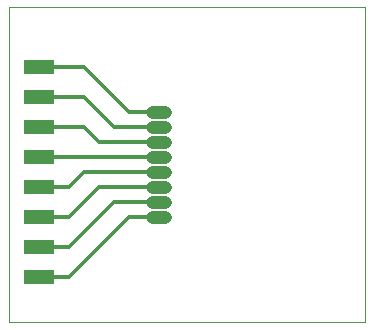
<source format=gtl>
G04 EAGLE Gerber RS-274X export*
G75*
%MOMM*%
%FSLAX34Y34*%
%LPD*%
%INTop Layer*%
%IPPOS*%
%AMOC8*
5,1,8,0,0,1.08239X$1,22.5*%
G01*
%ADD10C,0.000000*%
%ADD11C,1.108000*%
%ADD12R,2.540000X1.270000*%
%ADD13C,0.304800*%


D10*
X38100Y127000D02*
X339600Y127000D01*
X339600Y393600D01*
X38100Y393600D01*
X38100Y127000D01*
D11*
X159560Y304800D02*
X170640Y304800D01*
X170640Y292100D02*
X159560Y292100D01*
X159560Y279400D02*
X170640Y279400D01*
X170640Y266700D02*
X159560Y266700D01*
X159560Y254000D02*
X170640Y254000D01*
X170640Y241300D02*
X159560Y241300D01*
X159560Y228600D02*
X170640Y228600D01*
X170640Y215900D02*
X159560Y215900D01*
D12*
X63500Y342900D03*
X63500Y317500D03*
X63500Y292100D03*
X63500Y266700D03*
X63500Y241300D03*
X63500Y190500D03*
X63500Y215900D03*
X63500Y165100D03*
D13*
X139700Y304800D02*
X165100Y304800D01*
X101600Y342900D02*
X63500Y342900D01*
X101600Y342900D02*
X139700Y304800D01*
X127000Y292100D02*
X165100Y292100D01*
X127000Y292100D02*
X101600Y317500D01*
X63500Y317500D01*
X114300Y241300D02*
X165100Y241300D01*
X88900Y215900D02*
X63500Y215900D01*
X88900Y215900D02*
X114300Y241300D01*
X139700Y215900D02*
X165100Y215900D01*
X139700Y215900D02*
X88900Y165100D01*
X63500Y165100D01*
X63500Y292100D02*
X101600Y292100D01*
X114300Y279400D01*
X165100Y279400D01*
X88900Y241300D02*
X63500Y241300D01*
X88900Y241300D02*
X101600Y254000D01*
X165100Y254000D01*
X88900Y190500D02*
X63500Y190500D01*
X88900Y190500D02*
X127000Y228600D01*
X165100Y228600D01*
X165100Y266700D02*
X63500Y266700D01*
M02*

</source>
